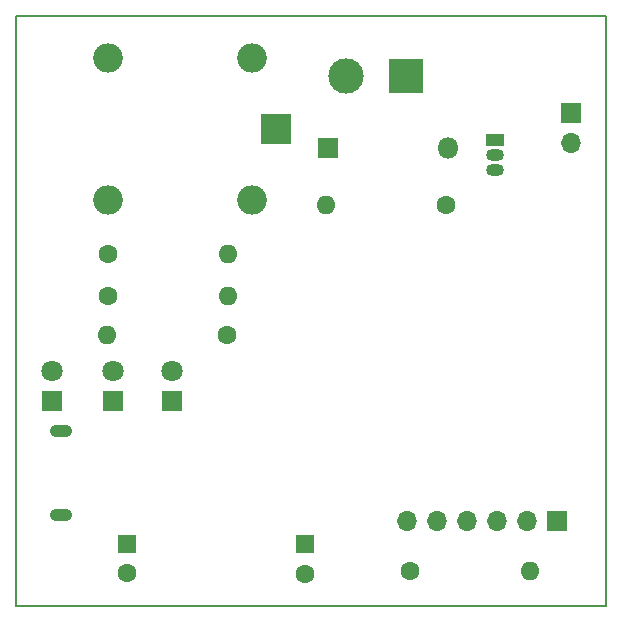
<source format=gbr>
G04 #@! TF.GenerationSoftware,KiCad,Pcbnew,5.0.0-fee4fd1~66~ubuntu18.04.1*
G04 #@! TF.CreationDate,2018-11-12T17:48:12-03:00*
G04 #@! TF.ProjectId,pcbAlarma,706362416C61726D612E6B696361645F,1.1*
G04 #@! TF.SameCoordinates,Original*
G04 #@! TF.FileFunction,Copper,L1,Top,Signal*
G04 #@! TF.FilePolarity,Positive*
%FSLAX46Y46*%
G04 Gerber Fmt 4.6, Leading zero omitted, Abs format (unit mm)*
G04 Created by KiCad (PCBNEW 5.0.0-fee4fd1~66~ubuntu18.04.1) date Mon Nov 12 17:48:12 2018*
%MOMM*%
%LPD*%
G01*
G04 APERTURE LIST*
G04 #@! TA.AperFunction,NonConductor*
%ADD10C,0.150000*%
G04 #@! TD*
G04 #@! TA.AperFunction,ComponentPad*
%ADD11O,1.900000X1.050000*%
G04 #@! TD*
G04 #@! TA.AperFunction,ComponentPad*
%ADD12R,1.700000X1.700000*%
G04 #@! TD*
G04 #@! TA.AperFunction,ComponentPad*
%ADD13O,1.700000X1.700000*%
G04 #@! TD*
G04 #@! TA.AperFunction,ComponentPad*
%ADD14C,1.600000*%
G04 #@! TD*
G04 #@! TA.AperFunction,ComponentPad*
%ADD15R,1.600000X1.600000*%
G04 #@! TD*
G04 #@! TA.AperFunction,ComponentPad*
%ADD16C,1.800000*%
G04 #@! TD*
G04 #@! TA.AperFunction,ComponentPad*
%ADD17R,1.800000X1.800000*%
G04 #@! TD*
G04 #@! TA.AperFunction,ComponentPad*
%ADD18O,1.800000X1.800000*%
G04 #@! TD*
G04 #@! TA.AperFunction,ComponentPad*
%ADD19C,3.000000*%
G04 #@! TD*
G04 #@! TA.AperFunction,ComponentPad*
%ADD20R,3.000000X3.000000*%
G04 #@! TD*
G04 #@! TA.AperFunction,ComponentPad*
%ADD21R,2.500000X2.500000*%
G04 #@! TD*
G04 #@! TA.AperFunction,ComponentPad*
%ADD22O,2.500000X2.500000*%
G04 #@! TD*
G04 #@! TA.AperFunction,ComponentPad*
%ADD23R,1.500000X1.050000*%
G04 #@! TD*
G04 #@! TA.AperFunction,ComponentPad*
%ADD24O,1.500000X1.050000*%
G04 #@! TD*
G04 #@! TA.AperFunction,ComponentPad*
%ADD25O,1.600000X1.600000*%
G04 #@! TD*
G04 APERTURE END LIST*
D10*
X164200000Y-64600000D02*
X164200000Y-114600000D01*
X214200000Y-64600000D02*
X164200000Y-64600000D01*
X214200000Y-114600000D02*
X214200000Y-64600000D01*
X164200000Y-114600000D02*
X214200000Y-114600000D01*
D11*
G04 #@! TO.P,J1,6*
G04 #@! TO.N,Net-(J1-Pad6)*
X168000000Y-99725000D03*
X168000000Y-106875000D03*
G04 #@! TD*
D12*
G04 #@! TO.P,J102,1*
G04 #@! TO.N,GND*
X210000000Y-107400000D03*
D13*
G04 #@! TO.P,J102,2*
G04 #@! TO.N,+3V3*
X207460000Y-107400000D03*
G04 #@! TO.P,J102,3*
G04 #@! TO.N,/EN*
X204920000Y-107400000D03*
G04 #@! TO.P,J102,4*
G04 #@! TO.N,Net-(J102-Pad4)*
X202380000Y-107400000D03*
G04 #@! TO.P,J102,5*
G04 #@! TO.N,Net-(J102-Pad5)*
X199840000Y-107400000D03*
G04 #@! TO.P,J102,6*
G04 #@! TO.N,/GPIO0*
X197300000Y-107400000D03*
G04 #@! TD*
D14*
G04 #@! TO.P,C1,2*
G04 #@! TO.N,GND*
X173600000Y-111800000D03*
D15*
G04 #@! TO.P,C1,1*
G04 #@! TO.N,+5V*
X173600000Y-109300000D03*
G04 #@! TD*
D14*
G04 #@! TO.P,C2,2*
G04 #@! TO.N,GND*
X188700000Y-111850000D03*
D15*
G04 #@! TO.P,C2,1*
G04 #@! TO.N,+3V3*
X188700000Y-109350000D03*
G04 #@! TD*
D16*
G04 #@! TO.P,D1,2*
G04 #@! TO.N,Net-(D1-Pad2)*
X177400000Y-94660000D03*
D17*
G04 #@! TO.P,D1,1*
G04 #@! TO.N,GND*
X177400000Y-97200000D03*
G04 #@! TD*
D18*
G04 #@! TO.P,D2,2*
G04 #@! TO.N,Net-(D2-Pad2)*
X200760000Y-75800000D03*
D17*
G04 #@! TO.P,D2,1*
G04 #@! TO.N,+5V*
X190600000Y-75800000D03*
G04 #@! TD*
D16*
G04 #@! TO.P,D3,2*
G04 #@! TO.N,Net-(D3-Pad2)*
X167300000Y-94660000D03*
D17*
G04 #@! TO.P,D3,1*
G04 #@! TO.N,GND*
X167300000Y-97200000D03*
G04 #@! TD*
D16*
G04 #@! TO.P,D4,2*
G04 #@! TO.N,Net-(D4-Pad2)*
X172400000Y-94660000D03*
D17*
G04 #@! TO.P,D4,1*
G04 #@! TO.N,GND*
X172400000Y-97200000D03*
G04 #@! TD*
D19*
G04 #@! TO.P,J4,2*
G04 #@! TO.N,Net-(J4-Pad2)*
X192170000Y-69725000D03*
D20*
G04 #@! TO.P,J4,1*
G04 #@! TO.N,Net-(J4-Pad1)*
X197250000Y-69725000D03*
G04 #@! TD*
D13*
G04 #@! TO.P,J101,2*
G04 #@! TO.N,Net-(J101-Pad2)*
X211200000Y-75340000D03*
D12*
G04 #@! TO.P,J101,1*
G04 #@! TO.N,GND*
X211200000Y-72800000D03*
G04 #@! TD*
D21*
G04 #@! TO.P,K1,1*
G04 #@! TO.N,Net-(D2-Pad2)*
X186200000Y-74200000D03*
D22*
G04 #@! TO.P,K1,2*
G04 #@! TO.N,Net-(J4-Pad1)*
X184200000Y-68200000D03*
G04 #@! TO.P,K1,3*
G04 #@! TO.N,Net-(J4-Pad2)*
X172000000Y-68200000D03*
G04 #@! TO.P,K1,4*
G04 #@! TO.N,Net-(K1-Pad4)*
X172000000Y-80200000D03*
G04 #@! TO.P,K1,5*
G04 #@! TO.N,+5V*
X184200000Y-80200000D03*
G04 #@! TD*
D23*
G04 #@! TO.P,Q1,1*
G04 #@! TO.N,Net-(D2-Pad2)*
X204800000Y-75130000D03*
D24*
G04 #@! TO.P,Q1,3*
G04 #@! TO.N,GND*
X204800000Y-77670000D03*
G04 #@! TO.P,Q1,2*
G04 #@! TO.N,Net-(Q1-Pad2)*
X204800000Y-76400000D03*
G04 #@! TD*
D14*
G04 #@! TO.P,R1,1*
G04 #@! TO.N,+3V3*
X182100000Y-91600000D03*
D25*
G04 #@! TO.P,R1,2*
G04 #@! TO.N,Net-(D1-Pad2)*
X171940000Y-91600000D03*
G04 #@! TD*
G04 #@! TO.P,R2,2*
G04 #@! TO.N,/Salidas/LedStatus*
X182160000Y-84800000D03*
D14*
G04 #@! TO.P,R2,1*
G04 #@! TO.N,Net-(D3-Pad2)*
X172000000Y-84800000D03*
G04 #@! TD*
D25*
G04 #@! TO.P,R3,2*
G04 #@! TO.N,+3V3*
X207760000Y-111600000D03*
D14*
G04 #@! TO.P,R3,1*
G04 #@! TO.N,/EN*
X197600000Y-111600000D03*
G04 #@! TD*
D25*
G04 #@! TO.P,R4,2*
G04 #@! TO.N,/Salidas/LedControl*
X182160000Y-88300000D03*
D14*
G04 #@! TO.P,R4,1*
G04 #@! TO.N,Net-(D4-Pad2)*
X172000000Y-88300000D03*
G04 #@! TD*
D25*
G04 #@! TO.P,R5,2*
G04 #@! TO.N,Net-(Q1-Pad2)*
X190440000Y-80600000D03*
D14*
G04 #@! TO.P,R5,1*
G04 #@! TO.N,/Salidas/RelayIN*
X200600000Y-80600000D03*
G04 #@! TD*
M02*

</source>
